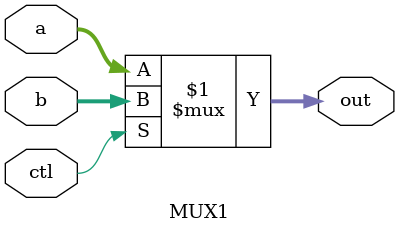
<source format=v>
module MUX1 (a, b, ctl, out);

    input [31:0] a;
    input [31:0] b;
    input ctl;
    output [31:0] out;

    assign out = ctl ? b : a;

endmodule
</source>
